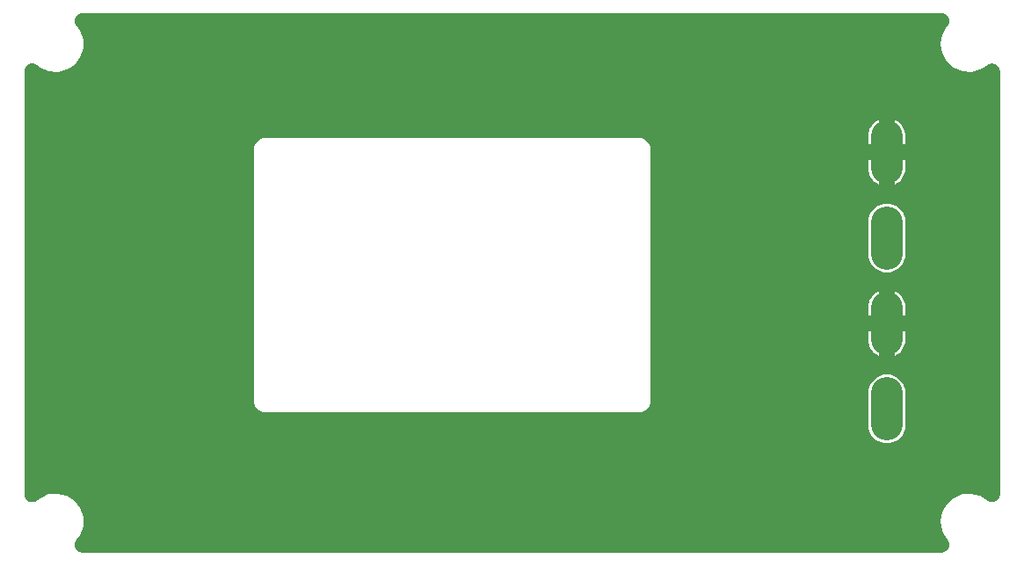
<source format=gbr>
G04 EAGLE Gerber RS-274X export*
G75*
%MOMM*%
%FSLAX34Y34*%
%LPD*%
%INBottom Copper*%
%IPPOS*%
%AMOC8*
5,1,8,0,0,1.08239X$1,22.5*%
G01*
%ADD10C,3.048000*%

G36*
X990341Y83081D02*
X990341Y83081D01*
X990630Y83088D01*
X990730Y83100D01*
X990832Y83106D01*
X991118Y83150D01*
X991404Y83186D01*
X991503Y83210D01*
X991603Y83225D01*
X991883Y83298D01*
X992164Y83364D01*
X992260Y83397D01*
X992358Y83423D01*
X992629Y83524D01*
X992902Y83618D01*
X992994Y83661D01*
X993089Y83697D01*
X993348Y83826D01*
X993610Y83947D01*
X993697Y83999D01*
X993788Y84044D01*
X994032Y84199D01*
X994280Y84346D01*
X994362Y84407D01*
X994448Y84461D01*
X994675Y84640D01*
X994907Y84812D01*
X994982Y84881D01*
X995062Y84944D01*
X995269Y85144D01*
X995482Y85339D01*
X995549Y85415D01*
X995623Y85486D01*
X995809Y85707D01*
X996000Y85923D01*
X996060Y86005D01*
X996125Y86083D01*
X996288Y86322D01*
X996456Y86556D01*
X996507Y86644D01*
X996564Y86728D01*
X996701Y86983D01*
X996845Y87233D01*
X996886Y87326D01*
X996935Y87415D01*
X997045Y87682D01*
X997163Y87946D01*
X997194Y88043D01*
X997233Y88137D01*
X997316Y88413D01*
X997406Y88688D01*
X997427Y88787D01*
X997456Y88884D01*
X997510Y89168D01*
X997571Y89450D01*
X997583Y89551D01*
X997602Y89651D01*
X997626Y89939D01*
X997658Y90226D01*
X997659Y90328D01*
X997668Y90429D01*
X997663Y90717D01*
X997665Y91006D01*
X997656Y91108D01*
X997654Y91209D01*
X997619Y91496D01*
X997592Y91783D01*
X997573Y91883D01*
X997560Y91984D01*
X997497Y92265D01*
X997440Y92549D01*
X997411Y92646D01*
X997388Y92745D01*
X997296Y93019D01*
X997211Y93295D01*
X997171Y93389D01*
X997139Y93485D01*
X997019Y93748D01*
X996906Y94014D01*
X996858Y94102D01*
X996815Y94195D01*
X996669Y94445D01*
X996530Y94697D01*
X996472Y94781D01*
X996421Y94869D01*
X996250Y95102D01*
X996086Y95339D01*
X996019Y95416D01*
X995959Y95498D01*
X995766Y95712D01*
X995578Y95932D01*
X995483Y96025D01*
X995436Y96077D01*
X995367Y96139D01*
X995226Y96277D01*
X990986Y104114D01*
X989520Y112900D01*
X990986Y121686D01*
X995226Y129521D01*
X1001779Y135554D01*
X1009937Y139132D01*
X1018815Y139868D01*
X1027450Y137681D01*
X1034628Y132992D01*
X1034735Y132929D01*
X1034839Y132859D01*
X1035073Y132732D01*
X1035302Y132599D01*
X1035415Y132548D01*
X1035525Y132488D01*
X1035771Y132387D01*
X1036013Y132277D01*
X1036131Y132238D01*
X1036247Y132190D01*
X1036502Y132114D01*
X1036753Y132030D01*
X1036875Y132003D01*
X1036995Y131967D01*
X1037256Y131917D01*
X1037515Y131859D01*
X1037639Y131845D01*
X1037761Y131822D01*
X1038026Y131799D01*
X1038290Y131768D01*
X1038415Y131766D01*
X1038539Y131755D01*
X1038804Y131760D01*
X1039070Y131756D01*
X1039195Y131767D01*
X1039319Y131769D01*
X1039583Y131801D01*
X1039848Y131824D01*
X1039971Y131848D01*
X1040094Y131863D01*
X1040353Y131921D01*
X1040614Y131971D01*
X1040734Y132007D01*
X1040855Y132035D01*
X1041107Y132120D01*
X1041362Y132196D01*
X1041477Y132244D01*
X1041595Y132284D01*
X1041837Y132394D01*
X1042082Y132497D01*
X1042192Y132556D01*
X1042305Y132608D01*
X1042535Y132742D01*
X1042768Y132869D01*
X1042871Y132939D01*
X1042979Y133002D01*
X1043193Y133160D01*
X1043412Y133310D01*
X1043508Y133390D01*
X1043608Y133464D01*
X1043805Y133642D01*
X1044008Y133814D01*
X1044095Y133904D01*
X1044187Y133987D01*
X1044365Y134185D01*
X1044549Y134376D01*
X1044626Y134474D01*
X1044710Y134567D01*
X1044866Y134781D01*
X1045030Y134991D01*
X1045096Y135097D01*
X1045170Y135197D01*
X1045304Y135427D01*
X1045445Y135652D01*
X1045500Y135764D01*
X1045563Y135871D01*
X1045673Y136114D01*
X1045791Y136352D01*
X1045834Y136468D01*
X1045886Y136582D01*
X1045970Y136834D01*
X1046063Y137083D01*
X1046094Y137204D01*
X1046134Y137322D01*
X1046192Y137581D01*
X1046259Y137839D01*
X1046278Y137962D01*
X1046305Y138084D01*
X1046336Y138347D01*
X1046376Y138610D01*
X1046382Y138735D01*
X1046397Y138859D01*
X1046414Y139370D01*
X1046414Y546430D01*
X1046408Y546554D01*
X1046410Y546679D01*
X1046388Y546944D01*
X1046374Y547209D01*
X1046355Y547332D01*
X1046345Y547457D01*
X1046296Y547718D01*
X1046255Y547980D01*
X1046223Y548101D01*
X1046200Y548224D01*
X1046124Y548478D01*
X1046057Y548735D01*
X1046013Y548852D01*
X1045978Y548972D01*
X1045876Y549217D01*
X1045783Y549466D01*
X1045728Y549578D01*
X1045680Y549693D01*
X1045554Y549927D01*
X1045436Y550165D01*
X1045369Y550271D01*
X1045310Y550380D01*
X1045161Y550600D01*
X1045019Y550825D01*
X1044942Y550923D01*
X1044872Y551026D01*
X1044701Y551229D01*
X1044536Y551439D01*
X1044450Y551528D01*
X1044370Y551624D01*
X1044179Y551808D01*
X1043994Y552000D01*
X1043898Y552080D01*
X1043809Y552167D01*
X1043600Y552331D01*
X1043397Y552502D01*
X1043294Y552572D01*
X1043196Y552650D01*
X1042971Y552792D01*
X1042752Y552941D01*
X1042642Y553000D01*
X1042536Y553067D01*
X1042299Y553186D01*
X1042065Y553312D01*
X1041949Y553359D01*
X1041838Y553415D01*
X1041589Y553508D01*
X1041343Y553610D01*
X1041224Y553646D01*
X1041107Y553690D01*
X1040850Y553757D01*
X1040596Y553833D01*
X1040473Y553856D01*
X1040352Y553888D01*
X1040090Y553929D01*
X1039829Y553978D01*
X1039705Y553989D01*
X1039581Y554008D01*
X1039315Y554022D01*
X1039051Y554045D01*
X1038927Y554042D01*
X1038802Y554049D01*
X1038536Y554036D01*
X1038271Y554031D01*
X1038147Y554016D01*
X1038022Y554010D01*
X1037759Y553969D01*
X1037496Y553937D01*
X1037374Y553910D01*
X1037251Y553891D01*
X1036994Y553824D01*
X1036735Y553765D01*
X1036616Y553725D01*
X1036496Y553694D01*
X1036247Y553601D01*
X1035995Y553516D01*
X1035881Y553464D01*
X1035765Y553420D01*
X1035527Y553303D01*
X1035285Y553192D01*
X1035177Y553129D01*
X1035065Y553074D01*
X1034628Y552808D01*
X1027450Y548119D01*
X1018815Y545932D01*
X1009937Y546668D01*
X1001779Y550246D01*
X995226Y556279D01*
X990986Y564114D01*
X989520Y572900D01*
X990986Y581686D01*
X995227Y589524D01*
X995415Y589715D01*
X995623Y589916D01*
X995688Y589994D01*
X995759Y590067D01*
X995939Y590292D01*
X996125Y590513D01*
X996183Y590597D01*
X996246Y590677D01*
X996401Y590919D01*
X996564Y591159D01*
X996613Y591248D01*
X996667Y591334D01*
X996797Y591591D01*
X996935Y591845D01*
X996974Y591940D01*
X997020Y592030D01*
X997123Y592299D01*
X997233Y592567D01*
X997262Y592664D01*
X997299Y592759D01*
X997374Y593038D01*
X997456Y593315D01*
X997475Y593415D01*
X997502Y593513D01*
X997548Y593798D01*
X997602Y594081D01*
X997610Y594183D01*
X997626Y594283D01*
X997643Y594572D01*
X997668Y594859D01*
X997666Y594961D01*
X997672Y595062D01*
X997659Y595351D01*
X997654Y595639D01*
X997642Y595740D01*
X997637Y595842D01*
X997595Y596128D01*
X997560Y596414D01*
X997538Y596513D01*
X997523Y596614D01*
X997452Y596894D01*
X997388Y597175D01*
X997356Y597272D01*
X997331Y597370D01*
X997231Y597642D01*
X997139Y597915D01*
X997097Y598008D01*
X997062Y598103D01*
X996935Y598362D01*
X996815Y598625D01*
X996764Y598713D01*
X996719Y598804D01*
X996567Y599050D01*
X996421Y599299D01*
X996361Y599381D01*
X996307Y599467D01*
X996130Y599695D01*
X995959Y599928D01*
X995891Y600004D01*
X995829Y600084D01*
X995629Y600293D01*
X995436Y600507D01*
X995360Y600575D01*
X995290Y600649D01*
X995070Y600837D01*
X994856Y601030D01*
X994774Y601089D01*
X994696Y601156D01*
X994458Y601320D01*
X994226Y601490D01*
X994138Y601541D01*
X994054Y601599D01*
X993801Y601738D01*
X993552Y601883D01*
X993459Y601925D01*
X993370Y601974D01*
X993104Y602086D01*
X992841Y602206D01*
X992744Y602238D01*
X992651Y602278D01*
X992374Y602362D01*
X992101Y602454D01*
X992002Y602476D01*
X991904Y602506D01*
X991621Y602562D01*
X991339Y602625D01*
X991238Y602637D01*
X991139Y602656D01*
X990851Y602683D01*
X990564Y602717D01*
X990432Y602721D01*
X990361Y602728D01*
X990268Y602727D01*
X990053Y602734D01*
X162768Y602734D01*
X162719Y602732D01*
X162669Y602734D01*
X162328Y602712D01*
X161988Y602694D01*
X161940Y602687D01*
X161891Y602684D01*
X161554Y602627D01*
X161217Y602575D01*
X161169Y602562D01*
X161121Y602554D01*
X160793Y602464D01*
X160462Y602377D01*
X160416Y602360D01*
X160368Y602347D01*
X160051Y602223D01*
X159731Y602103D01*
X159687Y602081D01*
X159641Y602063D01*
X159338Y601908D01*
X159032Y601756D01*
X158991Y601729D01*
X158947Y601707D01*
X158661Y601521D01*
X158373Y601339D01*
X158334Y601308D01*
X158293Y601282D01*
X158027Y601067D01*
X157759Y600856D01*
X157723Y600822D01*
X157685Y600791D01*
X157444Y600552D01*
X157198Y600314D01*
X157166Y600276D01*
X157131Y600242D01*
X156916Y599979D01*
X156695Y599717D01*
X156667Y599676D01*
X156636Y599638D01*
X156449Y599354D01*
X156256Y599072D01*
X156233Y599028D01*
X156206Y598987D01*
X156048Y598685D01*
X155886Y598385D01*
X155867Y598339D01*
X155844Y598296D01*
X155718Y597979D01*
X155587Y597663D01*
X155573Y597616D01*
X155555Y597571D01*
X155462Y597243D01*
X155364Y596916D01*
X155355Y596867D01*
X155342Y596820D01*
X155282Y596483D01*
X155219Y596149D01*
X155215Y596100D01*
X155206Y596051D01*
X155182Y595710D01*
X155153Y595371D01*
X155154Y595322D01*
X155150Y595273D01*
X155161Y594931D01*
X155167Y594591D01*
X155172Y594542D01*
X155174Y594493D01*
X155219Y594154D01*
X155260Y593816D01*
X155271Y593768D01*
X155277Y593719D01*
X155357Y593387D01*
X155432Y593055D01*
X155448Y593008D01*
X155460Y592960D01*
X155573Y592638D01*
X155682Y592315D01*
X155702Y592270D01*
X155718Y592224D01*
X155864Y591915D01*
X156005Y591605D01*
X156030Y591562D01*
X156051Y591518D01*
X156227Y591226D01*
X156400Y590931D01*
X156429Y590892D01*
X156454Y590850D01*
X156755Y590435D01*
X160379Y585779D01*
X163271Y577354D01*
X163271Y568446D01*
X160379Y560021D01*
X154907Y552991D01*
X147450Y548119D01*
X138815Y545932D01*
X129937Y546668D01*
X121779Y550246D01*
X119525Y552321D01*
X119247Y552552D01*
X118967Y552788D01*
X118945Y552803D01*
X118925Y552819D01*
X118624Y553021D01*
X118321Y553227D01*
X118298Y553239D01*
X118276Y553254D01*
X117955Y553425D01*
X117635Y553597D01*
X117610Y553607D01*
X117587Y553620D01*
X117250Y553757D01*
X116913Y553896D01*
X116888Y553903D01*
X116864Y553913D01*
X116517Y554014D01*
X116165Y554119D01*
X116139Y554124D01*
X116114Y554131D01*
X115758Y554196D01*
X115399Y554264D01*
X115372Y554266D01*
X115347Y554271D01*
X114983Y554299D01*
X114621Y554330D01*
X114595Y554330D01*
X114568Y554332D01*
X114203Y554323D01*
X113841Y554316D01*
X113815Y554313D01*
X113788Y554313D01*
X113426Y554266D01*
X113066Y554223D01*
X113040Y554217D01*
X113014Y554214D01*
X112659Y554131D01*
X112305Y554051D01*
X112280Y554042D01*
X112254Y554036D01*
X111910Y553918D01*
X111565Y553801D01*
X111541Y553790D01*
X111516Y553782D01*
X111188Y553630D01*
X110855Y553478D01*
X110832Y553464D01*
X110808Y553453D01*
X110497Y553268D01*
X110181Y553083D01*
X110160Y553068D01*
X110138Y553054D01*
X109846Y552838D01*
X109552Y552622D01*
X109532Y552604D01*
X109511Y552588D01*
X109244Y552343D01*
X108973Y552098D01*
X108955Y552079D01*
X108936Y552061D01*
X108695Y551790D01*
X108450Y551519D01*
X108435Y551497D01*
X108418Y551478D01*
X108204Y551181D01*
X107990Y550888D01*
X107977Y550866D01*
X107962Y550844D01*
X107780Y550528D01*
X107597Y550214D01*
X107586Y550190D01*
X107573Y550168D01*
X107424Y549834D01*
X107274Y549504D01*
X107266Y549479D01*
X107255Y549455D01*
X107142Y549108D01*
X107026Y548764D01*
X107020Y548738D01*
X107012Y548713D01*
X106935Y548358D01*
X106855Y548002D01*
X106852Y547976D01*
X106846Y547950D01*
X106806Y547587D01*
X106763Y547227D01*
X106762Y547195D01*
X106760Y547175D01*
X106759Y547109D01*
X106746Y546715D01*
X106746Y139085D01*
X106764Y138720D01*
X106781Y138358D01*
X106784Y138332D01*
X106786Y138305D01*
X106842Y137944D01*
X106895Y137585D01*
X106901Y137560D01*
X106905Y137534D01*
X106998Y137180D01*
X107087Y136829D01*
X107096Y136804D01*
X107103Y136779D01*
X107231Y136437D01*
X107356Y136096D01*
X107368Y136073D01*
X107377Y136048D01*
X107540Y135721D01*
X107699Y135395D01*
X107713Y135373D01*
X107724Y135349D01*
X107918Y135042D01*
X108111Y134732D01*
X108127Y134712D01*
X108141Y134689D01*
X108366Y134403D01*
X108589Y134116D01*
X108607Y134097D01*
X108624Y134076D01*
X108877Y133814D01*
X109128Y133551D01*
X109148Y133534D01*
X109166Y133515D01*
X109445Y133280D01*
X109721Y133044D01*
X109743Y133029D01*
X109763Y133012D01*
X110065Y132807D01*
X110364Y132601D01*
X110387Y132588D01*
X110408Y132573D01*
X110730Y132400D01*
X111048Y132225D01*
X111072Y132215D01*
X111095Y132203D01*
X111433Y132063D01*
X111767Y131922D01*
X111792Y131914D01*
X111817Y131904D01*
X112167Y131800D01*
X112514Y131694D01*
X112539Y131689D01*
X112564Y131681D01*
X112923Y131613D01*
X113279Y131543D01*
X113305Y131541D01*
X113331Y131536D01*
X113694Y131505D01*
X114056Y131472D01*
X114083Y131472D01*
X114109Y131470D01*
X114472Y131476D01*
X114837Y131480D01*
X114863Y131483D01*
X114889Y131484D01*
X115250Y131527D01*
X115612Y131568D01*
X115638Y131574D01*
X115664Y131577D01*
X116018Y131657D01*
X116375Y131735D01*
X116400Y131744D01*
X116425Y131749D01*
X116769Y131865D01*
X117116Y131979D01*
X117140Y131990D01*
X117165Y131999D01*
X117496Y132150D01*
X117829Y132298D01*
X117851Y132311D01*
X117875Y132322D01*
X118190Y132507D01*
X118505Y132688D01*
X118526Y132703D01*
X118549Y132717D01*
X118842Y132932D01*
X119137Y133145D01*
X119162Y133166D01*
X119178Y133178D01*
X119226Y133221D01*
X119525Y133479D01*
X121779Y135554D01*
X129937Y139132D01*
X138815Y139868D01*
X147450Y137681D01*
X154907Y132809D01*
X160379Y125779D01*
X163271Y117354D01*
X163271Y108446D01*
X160379Y100021D01*
X156755Y95365D01*
X156727Y95324D01*
X156695Y95287D01*
X156503Y95004D01*
X156308Y94725D01*
X156284Y94682D01*
X156256Y94641D01*
X156094Y94341D01*
X155928Y94043D01*
X155909Y93998D01*
X155886Y93955D01*
X155755Y93640D01*
X155621Y93326D01*
X155606Y93279D01*
X155587Y93233D01*
X155490Y92906D01*
X155388Y92581D01*
X155378Y92533D01*
X155364Y92485D01*
X155301Y92150D01*
X155233Y91816D01*
X155228Y91767D01*
X155219Y91719D01*
X155190Y91379D01*
X155157Y91039D01*
X155157Y90990D01*
X155153Y90941D01*
X155159Y90600D01*
X155160Y90259D01*
X155166Y90210D01*
X155167Y90161D01*
X155207Y89822D01*
X155244Y89483D01*
X155254Y89435D01*
X155260Y89386D01*
X155335Y89053D01*
X155406Y88719D01*
X155421Y88673D01*
X155432Y88625D01*
X155541Y88301D01*
X155646Y87977D01*
X155666Y87932D01*
X155682Y87885D01*
X155823Y87574D01*
X155961Y87262D01*
X155985Y87220D01*
X156005Y87175D01*
X156179Y86879D01*
X156346Y86584D01*
X156375Y86544D01*
X156400Y86501D01*
X156602Y86226D01*
X156800Y85949D01*
X156832Y85912D01*
X156861Y85872D01*
X157090Y85619D01*
X157315Y85363D01*
X157352Y85329D01*
X157385Y85293D01*
X157638Y85065D01*
X157888Y84833D01*
X157928Y84803D01*
X157964Y84770D01*
X158240Y84569D01*
X158513Y84365D01*
X158555Y84339D01*
X158595Y84310D01*
X158890Y84138D01*
X159182Y83962D01*
X159226Y83942D01*
X159269Y83917D01*
X159581Y83775D01*
X159888Y83631D01*
X159934Y83615D01*
X159979Y83594D01*
X160304Y83485D01*
X160625Y83373D01*
X160673Y83362D01*
X160720Y83346D01*
X161052Y83272D01*
X161384Y83192D01*
X161433Y83186D01*
X161481Y83175D01*
X161818Y83135D01*
X162158Y83090D01*
X162207Y83089D01*
X162256Y83083D01*
X162768Y83066D01*
X990053Y83066D01*
X990341Y83081D01*
G37*
%LPC*%
G36*
X336779Y217939D02*
X336779Y217939D01*
X332861Y219562D01*
X329862Y222561D01*
X328239Y226479D01*
X328239Y473721D01*
X329862Y477639D01*
X332861Y480638D01*
X336779Y482261D01*
X701021Y482261D01*
X704939Y480638D01*
X707938Y477639D01*
X709561Y473721D01*
X709561Y226479D01*
X707938Y222561D01*
X704939Y219562D01*
X701021Y217939D01*
X336779Y217939D01*
G37*
%LPD*%
%LPC*%
G36*
X933863Y353239D02*
X933863Y353239D01*
X927328Y355946D01*
X922326Y360948D01*
X919619Y367483D01*
X919619Y405037D01*
X922326Y411572D01*
X927328Y416574D01*
X933863Y419281D01*
X940937Y419281D01*
X947472Y416574D01*
X952474Y411572D01*
X955181Y405037D01*
X955181Y367483D01*
X952474Y360948D01*
X947472Y355946D01*
X940937Y353239D01*
X933863Y353239D01*
G37*
%LPD*%
%LPC*%
G36*
X933863Y188239D02*
X933863Y188239D01*
X927328Y190946D01*
X922326Y195948D01*
X919619Y202483D01*
X919619Y240037D01*
X922326Y246572D01*
X927328Y251574D01*
X933863Y254281D01*
X940937Y254281D01*
X947472Y251574D01*
X952474Y246572D01*
X955181Y240037D01*
X955181Y202483D01*
X952474Y195948D01*
X947472Y190946D01*
X940937Y188239D01*
X933863Y188239D01*
G37*
%LPD*%
%LPC*%
G36*
X945019Y476429D02*
X945019Y476429D01*
X945019Y500116D01*
X946015Y499637D01*
X947705Y498574D01*
X949267Y497329D01*
X950679Y495917D01*
X951924Y494355D01*
X952987Y492665D01*
X953853Y490865D01*
X954513Y488980D01*
X954957Y487033D01*
X955181Y485049D01*
X955181Y476429D01*
X945019Y476429D01*
G37*
%LPD*%
%LPC*%
G36*
X945019Y311379D02*
X945019Y311379D01*
X945019Y335066D01*
X946015Y334587D01*
X947705Y333524D01*
X949267Y332279D01*
X950679Y330867D01*
X951924Y329305D01*
X952987Y327615D01*
X953853Y325815D01*
X954513Y323930D01*
X954957Y321983D01*
X955181Y319999D01*
X955181Y311379D01*
X945019Y311379D01*
G37*
%LPD*%
%LPC*%
G36*
X945019Y296141D02*
X945019Y296141D01*
X955181Y296141D01*
X955181Y287521D01*
X954957Y285537D01*
X954513Y283590D01*
X953853Y281705D01*
X952987Y279905D01*
X951924Y278215D01*
X950679Y276653D01*
X949267Y275241D01*
X947705Y273996D01*
X946015Y272933D01*
X945019Y272454D01*
X945019Y296141D01*
G37*
%LPD*%
%LPC*%
G36*
X945019Y461191D02*
X945019Y461191D01*
X955181Y461191D01*
X955181Y452571D01*
X954957Y450587D01*
X954513Y448640D01*
X953853Y446755D01*
X952987Y444955D01*
X951924Y443265D01*
X950679Y441703D01*
X949267Y440291D01*
X947705Y439046D01*
X946015Y437983D01*
X945019Y437504D01*
X945019Y461191D01*
G37*
%LPD*%
%LPC*%
G36*
X919619Y311379D02*
X919619Y311379D01*
X919619Y319999D01*
X919843Y321983D01*
X920287Y323930D01*
X920947Y325815D01*
X921813Y327615D01*
X922876Y329305D01*
X924121Y330867D01*
X925533Y332279D01*
X927095Y333524D01*
X928785Y334587D01*
X929781Y335066D01*
X929781Y311379D01*
X919619Y311379D01*
G37*
%LPD*%
%LPC*%
G36*
X919619Y476429D02*
X919619Y476429D01*
X919619Y485049D01*
X919843Y487033D01*
X920287Y488980D01*
X920947Y490865D01*
X921813Y492665D01*
X922876Y494355D01*
X924121Y495917D01*
X925533Y497329D01*
X927095Y498574D01*
X928785Y499637D01*
X929781Y500116D01*
X929781Y476429D01*
X919619Y476429D01*
G37*
%LPD*%
%LPC*%
G36*
X928785Y272933D02*
X928785Y272933D01*
X927095Y273996D01*
X925533Y275241D01*
X924121Y276653D01*
X922876Y278215D01*
X921813Y279905D01*
X920947Y281705D01*
X920287Y283590D01*
X919843Y285537D01*
X919619Y287521D01*
X919619Y296141D01*
X929781Y296141D01*
X929781Y272454D01*
X928785Y272933D01*
G37*
%LPD*%
%LPC*%
G36*
X928785Y437983D02*
X928785Y437983D01*
X927095Y439046D01*
X925533Y440291D01*
X924121Y441703D01*
X922876Y443265D01*
X921813Y444955D01*
X920947Y446755D01*
X920287Y448640D01*
X919843Y450587D01*
X919619Y452571D01*
X919619Y461191D01*
X929781Y461191D01*
X929781Y437504D01*
X928785Y437983D01*
G37*
%LPD*%
D10*
X937400Y236500D02*
X937400Y206020D01*
X937400Y288520D02*
X937400Y319000D01*
X937400Y371020D02*
X937400Y401500D01*
X937400Y453570D02*
X937400Y484050D01*
M02*

</source>
